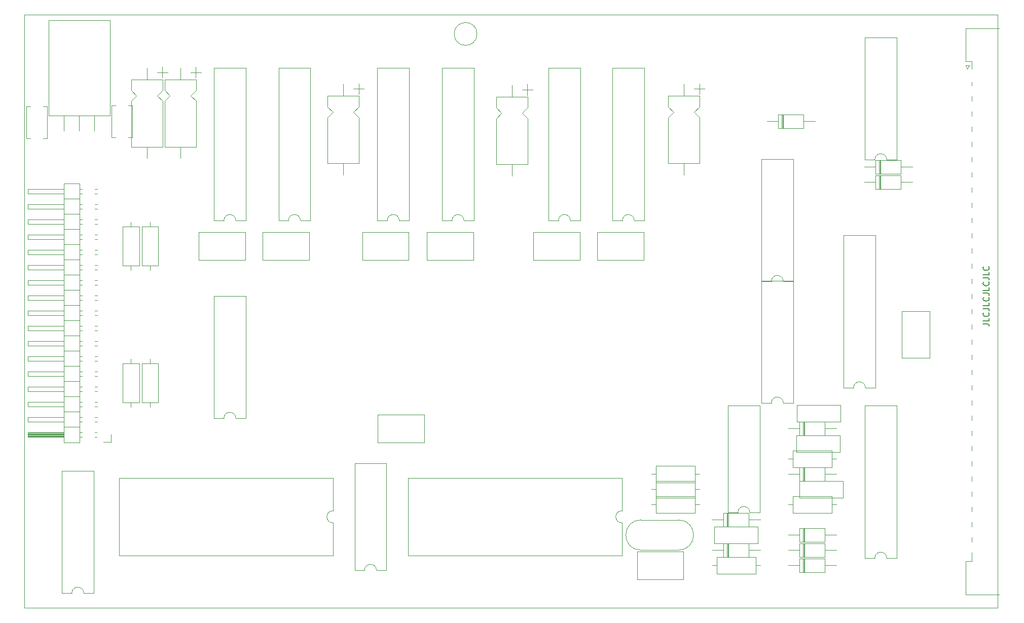
<source format=gbr>
%TF.GenerationSoftware,KiCad,Pcbnew,7.0.11+1*%
%TF.CreationDate,2024-05-08T20:05:28+02:00*%
%TF.ProjectId,ql_trump_v2_disk_interface,716c5f74-7275-46d7-905f-76325f646973,01*%
%TF.SameCoordinates,Original*%
%TF.FileFunction,Legend,Top*%
%TF.FilePolarity,Positive*%
%FSLAX46Y46*%
G04 Gerber Fmt 4.6, Leading zero omitted, Abs format (unit mm)*
G04 Created by KiCad (PCBNEW 7.0.11+1) date 2024-05-08 20:05:28*
%MOMM*%
%LPD*%
G01*
G04 APERTURE LIST*
%ADD10C,0.150000*%
%ADD11C,0.120000*%
%TA.AperFunction,Profile*%
%ADD12C,0.050000*%
%TD*%
G04 APERTURE END LIST*
D10*
X198971819Y-95932048D02*
X199686104Y-95932048D01*
X199686104Y-95932048D02*
X199828961Y-95979667D01*
X199828961Y-95979667D02*
X199924200Y-96074905D01*
X199924200Y-96074905D02*
X199971819Y-96217762D01*
X199971819Y-96217762D02*
X199971819Y-96313000D01*
X199971819Y-94979667D02*
X199971819Y-95455857D01*
X199971819Y-95455857D02*
X198971819Y-95455857D01*
X199876580Y-94074905D02*
X199924200Y-94122524D01*
X199924200Y-94122524D02*
X199971819Y-94265381D01*
X199971819Y-94265381D02*
X199971819Y-94360619D01*
X199971819Y-94360619D02*
X199924200Y-94503476D01*
X199924200Y-94503476D02*
X199828961Y-94598714D01*
X199828961Y-94598714D02*
X199733723Y-94646333D01*
X199733723Y-94646333D02*
X199543247Y-94693952D01*
X199543247Y-94693952D02*
X199400390Y-94693952D01*
X199400390Y-94693952D02*
X199209914Y-94646333D01*
X199209914Y-94646333D02*
X199114676Y-94598714D01*
X199114676Y-94598714D02*
X199019438Y-94503476D01*
X199019438Y-94503476D02*
X198971819Y-94360619D01*
X198971819Y-94360619D02*
X198971819Y-94265381D01*
X198971819Y-94265381D02*
X199019438Y-94122524D01*
X199019438Y-94122524D02*
X199067057Y-94074905D01*
X198971819Y-93360619D02*
X199686104Y-93360619D01*
X199686104Y-93360619D02*
X199828961Y-93408238D01*
X199828961Y-93408238D02*
X199924200Y-93503476D01*
X199924200Y-93503476D02*
X199971819Y-93646333D01*
X199971819Y-93646333D02*
X199971819Y-93741571D01*
X199971819Y-92408238D02*
X199971819Y-92884428D01*
X199971819Y-92884428D02*
X198971819Y-92884428D01*
X199876580Y-91503476D02*
X199924200Y-91551095D01*
X199924200Y-91551095D02*
X199971819Y-91693952D01*
X199971819Y-91693952D02*
X199971819Y-91789190D01*
X199971819Y-91789190D02*
X199924200Y-91932047D01*
X199924200Y-91932047D02*
X199828961Y-92027285D01*
X199828961Y-92027285D02*
X199733723Y-92074904D01*
X199733723Y-92074904D02*
X199543247Y-92122523D01*
X199543247Y-92122523D02*
X199400390Y-92122523D01*
X199400390Y-92122523D02*
X199209914Y-92074904D01*
X199209914Y-92074904D02*
X199114676Y-92027285D01*
X199114676Y-92027285D02*
X199019438Y-91932047D01*
X199019438Y-91932047D02*
X198971819Y-91789190D01*
X198971819Y-91789190D02*
X198971819Y-91693952D01*
X198971819Y-91693952D02*
X199019438Y-91551095D01*
X199019438Y-91551095D02*
X199067057Y-91503476D01*
X198971819Y-90789190D02*
X199686104Y-90789190D01*
X199686104Y-90789190D02*
X199828961Y-90836809D01*
X199828961Y-90836809D02*
X199924200Y-90932047D01*
X199924200Y-90932047D02*
X199971819Y-91074904D01*
X199971819Y-91074904D02*
X199971819Y-91170142D01*
X199971819Y-89836809D02*
X199971819Y-90312999D01*
X199971819Y-90312999D02*
X198971819Y-90312999D01*
X199876580Y-88932047D02*
X199924200Y-88979666D01*
X199924200Y-88979666D02*
X199971819Y-89122523D01*
X199971819Y-89122523D02*
X199971819Y-89217761D01*
X199971819Y-89217761D02*
X199924200Y-89360618D01*
X199924200Y-89360618D02*
X199828961Y-89455856D01*
X199828961Y-89455856D02*
X199733723Y-89503475D01*
X199733723Y-89503475D02*
X199543247Y-89551094D01*
X199543247Y-89551094D02*
X199400390Y-89551094D01*
X199400390Y-89551094D02*
X199209914Y-89503475D01*
X199209914Y-89503475D02*
X199114676Y-89455856D01*
X199114676Y-89455856D02*
X199019438Y-89360618D01*
X199019438Y-89360618D02*
X198971819Y-89217761D01*
X198971819Y-89217761D02*
X198971819Y-89122523D01*
X198971819Y-89122523D02*
X199019438Y-88979666D01*
X199019438Y-88979666D02*
X199067057Y-88932047D01*
X198971819Y-88217761D02*
X199686104Y-88217761D01*
X199686104Y-88217761D02*
X199828961Y-88265380D01*
X199828961Y-88265380D02*
X199924200Y-88360618D01*
X199924200Y-88360618D02*
X199971819Y-88503475D01*
X199971819Y-88503475D02*
X199971819Y-88598713D01*
X199971819Y-87265380D02*
X199971819Y-87741570D01*
X199971819Y-87741570D02*
X198971819Y-87741570D01*
X199876580Y-86360618D02*
X199924200Y-86408237D01*
X199924200Y-86408237D02*
X199971819Y-86551094D01*
X199971819Y-86551094D02*
X199971819Y-86646332D01*
X199971819Y-86646332D02*
X199924200Y-86789189D01*
X199924200Y-86789189D02*
X199828961Y-86884427D01*
X199828961Y-86884427D02*
X199733723Y-86932046D01*
X199733723Y-86932046D02*
X199543247Y-86979665D01*
X199543247Y-86979665D02*
X199400390Y-86979665D01*
X199400390Y-86979665D02*
X199209914Y-86932046D01*
X199209914Y-86932046D02*
X199114676Y-86884427D01*
X199114676Y-86884427D02*
X199019438Y-86789189D01*
X199019438Y-86789189D02*
X198971819Y-86646332D01*
X198971819Y-86646332D02*
X198971819Y-86551094D01*
X198971819Y-86551094D02*
X199019438Y-86408237D01*
X199019438Y-86408237D02*
X199067057Y-86360618D01*
D11*
%TO.C,U18*%
X48006000Y-61103000D02*
X48006000Y-63643000D01*
X42886000Y-45213000D02*
X53126000Y-45213000D01*
X53126000Y-45213000D02*
X53126000Y-61103000D01*
X42886000Y-61103000D02*
X53126000Y-61103000D01*
X42886000Y-45213000D02*
X42886000Y-61103000D01*
X50546000Y-61103000D02*
X50546000Y-63643000D01*
X45466000Y-61103000D02*
X45466000Y-63643000D01*
%TO.C,U6*%
X165592000Y-88833000D02*
X167242000Y-88833000D01*
X161942000Y-88833000D02*
X163592000Y-88833000D01*
X167242000Y-88833000D02*
X167242000Y-68393000D01*
X167242000Y-68393000D02*
X161942000Y-68393000D01*
X161942000Y-68393000D02*
X161942000Y-88833000D01*
X165592000Y-88833000D02*
G75*
G03*
X163592000Y-88833000I-1000000J0D01*
G01*
%TO.C,C3*%
X167790000Y-117321000D02*
X167790000Y-114581000D01*
X175030000Y-117321000D02*
X175030000Y-114581000D01*
X175030000Y-117321000D02*
X167790000Y-117321000D01*
X175030000Y-114581000D02*
X167790000Y-114581000D01*
%TO.C,C15*%
X42615000Y-59623000D02*
X42615000Y-64963000D01*
X39173000Y-59623000D02*
X39173000Y-64963000D01*
X42615000Y-64963000D02*
X41949000Y-64963000D01*
X39839000Y-64963000D02*
X39173000Y-64963000D01*
X42615000Y-59623000D02*
X41949000Y-59623000D01*
X39839000Y-59623000D02*
X39173000Y-59623000D01*
%TO.C,C25*%
X146362500Y-61463000D02*
X146362500Y-69103000D01*
X151602500Y-61463000D02*
X151602500Y-69103000D01*
X151602500Y-59663000D02*
X150702500Y-60563000D01*
X146362500Y-57863000D02*
X146362500Y-59663000D01*
X151602500Y-57863000D02*
X151602500Y-59663000D01*
X151582500Y-55763000D02*
X151582500Y-57563000D01*
X146362500Y-59663000D02*
X147262500Y-60563000D01*
X151602500Y-57863000D02*
X146362500Y-57863000D01*
X147262500Y-60563000D02*
X146362500Y-61463000D01*
X148982500Y-71043000D02*
X148982500Y-69103000D01*
X150702500Y-60563000D02*
X151602500Y-61463000D01*
X152482500Y-56663000D02*
X150682500Y-56663000D01*
X148982500Y-55923000D02*
X148982500Y-57863000D01*
X151602500Y-69103000D02*
X146362500Y-69103000D01*
%TO.C,U10*%
X103097000Y-78668000D02*
X103097000Y-53148000D01*
X103097000Y-53148000D02*
X97797000Y-53148000D01*
X97797000Y-53148000D02*
X97797000Y-78668000D01*
X97797000Y-78668000D02*
X99447000Y-78668000D01*
X101447000Y-78668000D02*
X103097000Y-78668000D01*
X101447000Y-78668000D02*
G75*
G03*
X99447000Y-78668000I-1000000J0D01*
G01*
%TO.C,R4*%
X144304000Y-119661000D02*
X144304000Y-122401000D01*
X150844000Y-122401000D02*
X150844000Y-119661000D01*
X150844000Y-119661000D02*
X144304000Y-119661000D01*
X143534000Y-121031000D02*
X144304000Y-121031000D01*
X144304000Y-122401000D02*
X150844000Y-122401000D01*
X151614000Y-121031000D02*
X150844000Y-121031000D01*
%TO.C,U2*%
X175658000Y-81093000D02*
X175658000Y-106613000D01*
X180958000Y-81093000D02*
X175658000Y-81093000D01*
X180958000Y-106613000D02*
X180958000Y-81093000D01*
X179308000Y-106613000D02*
X180958000Y-106613000D01*
X175658000Y-106613000D02*
X177308000Y-106613000D01*
X179308000Y-106613000D02*
G75*
G03*
X177308000Y-106613000I-1000000J0D01*
G01*
%TO.C,U7*%
X142350000Y-78673000D02*
X142350000Y-53153000D01*
X137050000Y-78673000D02*
X138700000Y-78673000D01*
X140700000Y-78673000D02*
X142350000Y-78673000D01*
X142350000Y-53153000D02*
X137050000Y-53153000D01*
X137050000Y-53153000D02*
X137050000Y-78673000D01*
X140700000Y-78673000D02*
G75*
G03*
X138700000Y-78673000I-1000000J0D01*
G01*
%TO.C,U14*%
X102937000Y-121683000D02*
X102937000Y-134603000D01*
X138617000Y-134603000D02*
X138617000Y-129143000D01*
X102937000Y-134603000D02*
X138617000Y-134603000D01*
X138617000Y-127143000D02*
X138617000Y-121683000D01*
X138617000Y-121683000D02*
X102937000Y-121683000D01*
X138617000Y-127143000D02*
G75*
G03*
X138617000Y-129143000I0J-1000000D01*
G01*
%TO.C,D8*%
X168914000Y-135151000D02*
X168914000Y-137391000D01*
X172554000Y-135151000D02*
X168314000Y-135151000D01*
X166394000Y-136271000D02*
X168314000Y-136271000D01*
X169034000Y-135151000D02*
X169034000Y-137391000D01*
X168314000Y-137391000D02*
X172554000Y-137391000D01*
X172554000Y-137391000D02*
X172554000Y-135151000D01*
X174474000Y-136271000D02*
X172554000Y-136271000D01*
X169154000Y-135151000D02*
X169154000Y-137391000D01*
X168314000Y-135151000D02*
X168314000Y-137391000D01*
%TO.C,J1*%
X197082000Y-57893000D02*
X197082000Y-58694000D01*
X197082000Y-68053000D02*
X197082000Y-68854000D01*
X197082000Y-60433000D02*
X197082000Y-61234000D01*
X201642000Y-46593000D02*
X196082000Y-46593000D01*
X197082000Y-121393000D02*
X197082000Y-122194000D01*
X197082000Y-52112000D02*
X197082000Y-53388000D01*
X197082000Y-78213000D02*
X197082000Y-79014000D01*
X197082000Y-93453000D02*
X197082000Y-94254000D01*
X197082000Y-85833000D02*
X197082000Y-86634000D01*
X197082000Y-116313000D02*
X197082000Y-117114000D01*
X196082000Y-46593000D02*
X196082000Y-52113000D01*
X197082000Y-113773000D02*
X197082000Y-114574000D01*
X197082000Y-95993000D02*
X197082000Y-96794000D01*
X197082000Y-111233000D02*
X197082000Y-112034000D01*
X197082000Y-131553000D02*
X197082000Y-132354000D01*
X197082000Y-90913000D02*
X197082000Y-91714000D01*
X197082000Y-55578000D02*
X197082000Y-56154000D01*
X197082000Y-88373000D02*
X197082000Y-89174000D01*
X197082000Y-70593000D02*
X197082000Y-71394000D01*
X196082000Y-141113000D02*
X196082000Y-135593000D01*
X196082000Y-52113000D02*
X197082000Y-52113000D01*
X197082000Y-62973000D02*
X197082000Y-63774000D01*
X197082000Y-108693000D02*
X197082000Y-109494000D01*
X197082000Y-73133000D02*
X197082000Y-73934000D01*
X196042000Y-52788000D02*
X196342000Y-53388000D01*
X196082000Y-135593000D02*
X197082000Y-135593000D01*
X197082000Y-75673000D02*
X197082000Y-76474000D01*
X197082000Y-101073000D02*
X197082000Y-101874000D01*
X196642000Y-52788000D02*
X196042000Y-52788000D01*
X197082000Y-123933000D02*
X197082000Y-124734000D01*
X196342000Y-53388000D02*
X196642000Y-52788000D01*
X197082000Y-83293000D02*
X197082000Y-84094000D01*
X197082000Y-98533000D02*
X197082000Y-99334000D01*
X197082000Y-129013000D02*
X197082000Y-129814000D01*
X197082000Y-65513000D02*
X197082000Y-66314000D01*
X197082000Y-103613000D02*
X197082000Y-104414000D01*
X197082000Y-134093000D02*
X197082000Y-135593000D01*
X197082000Y-118853000D02*
X197082000Y-119654000D01*
X197082000Y-106153000D02*
X197082000Y-106954000D01*
X197082000Y-126473000D02*
X197082000Y-127274000D01*
X201642000Y-141113000D02*
X196082000Y-141113000D01*
X197082000Y-80753000D02*
X197082000Y-81554000D01*
%TO.C,Y1*%
X141819000Y-128666000D02*
X148069000Y-128666000D01*
X141819000Y-133716000D02*
X148069000Y-133716000D01*
X148069000Y-133716000D02*
G75*
G03*
X148069000Y-128666000I0J2525000D01*
G01*
X141819000Y-128666000D02*
G75*
G03*
X141819000Y-133716000I0J-2525000D01*
G01*
%TO.C,D10*%
X161774000Y-133731000D02*
X159854000Y-133731000D01*
X156334000Y-132611000D02*
X156334000Y-134851000D01*
X159854000Y-132611000D02*
X155614000Y-132611000D01*
X159854000Y-134851000D02*
X159854000Y-132611000D01*
X155614000Y-132611000D02*
X155614000Y-134851000D01*
X156454000Y-132611000D02*
X156454000Y-134851000D01*
X156214000Y-132611000D02*
X156214000Y-134851000D01*
X153694000Y-133731000D02*
X155614000Y-133731000D01*
X155614000Y-134851000D02*
X159854000Y-134851000D01*
%TO.C,J2*%
X45430000Y-114507000D02*
X39430000Y-114507000D01*
X48487071Y-97027000D02*
X48090000Y-97027000D01*
X48487071Y-98807000D02*
X48090000Y-98807000D01*
X48487071Y-114047000D02*
X48090000Y-114047000D01*
X48487071Y-114807000D02*
X48090000Y-114807000D01*
X51027071Y-79247000D02*
X50572929Y-79247000D01*
X51027071Y-75947000D02*
X50572929Y-75947000D01*
X39430000Y-96267000D02*
X45430000Y-96267000D01*
X51027071Y-81787000D02*
X50572929Y-81787000D01*
X48487071Y-99567000D02*
X48090000Y-99567000D01*
X39430000Y-102107000D02*
X39430000Y-101347000D01*
X48090000Y-90297000D02*
X45430000Y-90297000D01*
X45430000Y-114807000D02*
X39430000Y-114807000D01*
X39430000Y-86107000D02*
X45430000Y-86107000D01*
X51027071Y-83567000D02*
X50572929Y-83567000D01*
X48090000Y-100457000D02*
X45430000Y-100457000D01*
X39430000Y-109727000D02*
X39430000Y-108967000D01*
X51027071Y-93727000D02*
X50572929Y-93727000D01*
X45430000Y-99567000D02*
X39430000Y-99567000D01*
X51027071Y-73407000D02*
X50572929Y-73407000D01*
X45430000Y-94487000D02*
X39430000Y-94487000D01*
X39430000Y-104647000D02*
X39430000Y-103887000D01*
X51027071Y-106427000D02*
X50572929Y-106427000D01*
X51027071Y-101347000D02*
X50572929Y-101347000D01*
X39430000Y-107187000D02*
X39430000Y-106427000D01*
X45430000Y-76707000D02*
X39430000Y-76707000D01*
X48487071Y-111507000D02*
X48090000Y-111507000D01*
X45430000Y-114747000D02*
X39430000Y-114747000D01*
X51027071Y-91947000D02*
X50572929Y-91947000D01*
X48487071Y-76707000D02*
X48090000Y-76707000D01*
X48090000Y-105537000D02*
X45430000Y-105537000D01*
X48487071Y-81027000D02*
X48090000Y-81027000D01*
X50960000Y-114807000D02*
X50572929Y-114807000D01*
X45430000Y-91947000D02*
X39430000Y-91947000D01*
X39430000Y-97027000D02*
X39430000Y-96267000D01*
X39430000Y-94487000D02*
X39430000Y-93727000D01*
X48487071Y-86867000D02*
X48090000Y-86867000D01*
X51027071Y-104647000D02*
X50572929Y-104647000D01*
X39430000Y-76707000D02*
X39430000Y-75947000D01*
X48090000Y-87757000D02*
X45430000Y-87757000D01*
X48090000Y-77597000D02*
X45430000Y-77597000D01*
X51027071Y-76707000D02*
X50572929Y-76707000D01*
X48090000Y-80137000D02*
X45430000Y-80137000D01*
X48090000Y-102997000D02*
X45430000Y-102997000D01*
X50960000Y-114047000D02*
X50572929Y-114047000D01*
X48487071Y-108967000D02*
X48090000Y-108967000D01*
X48090000Y-72457000D02*
X45430000Y-72457000D01*
X39430000Y-91187000D02*
X45430000Y-91187000D01*
X51027071Y-84327000D02*
X50572929Y-84327000D01*
X53340000Y-114427000D02*
X53340000Y-115697000D01*
X51027071Y-99567000D02*
X50572929Y-99567000D01*
X45430000Y-84327000D02*
X39430000Y-84327000D01*
X39430000Y-114047000D02*
X45430000Y-114047000D01*
X48487071Y-107187000D02*
X48090000Y-107187000D01*
X48090000Y-85217000D02*
X45430000Y-85217000D01*
X48487071Y-89407000D02*
X48090000Y-89407000D01*
X48487071Y-104647000D02*
X48090000Y-104647000D01*
X39430000Y-88647000D02*
X45430000Y-88647000D01*
X51027071Y-107187000D02*
X50572929Y-107187000D01*
X51027071Y-98807000D02*
X50572929Y-98807000D01*
X48487071Y-91947000D02*
X48090000Y-91947000D01*
X51027071Y-89407000D02*
X50572929Y-89407000D01*
X39430000Y-74167000D02*
X39430000Y-73407000D01*
X48487071Y-112267000D02*
X48090000Y-112267000D01*
X48487071Y-103887000D02*
X48090000Y-103887000D01*
X39430000Y-83567000D02*
X45430000Y-83567000D01*
X51027071Y-103887000D02*
X50572929Y-103887000D01*
X48090000Y-113157000D02*
X45430000Y-113157000D01*
X48090000Y-82677000D02*
X45430000Y-82677000D01*
X48090000Y-92837000D02*
X45430000Y-92837000D01*
X45430000Y-114627000D02*
X39430000Y-114627000D01*
X39430000Y-79247000D02*
X39430000Y-78487000D01*
X45430000Y-79247000D02*
X39430000Y-79247000D01*
X45430000Y-104647000D02*
X39430000Y-104647000D01*
X39430000Y-91947000D02*
X39430000Y-91187000D01*
X45430000Y-81787000D02*
X39430000Y-81787000D01*
X48487071Y-86107000D02*
X48090000Y-86107000D01*
X48487071Y-106427000D02*
X48090000Y-106427000D01*
X39430000Y-86867000D02*
X39430000Y-86107000D01*
X39430000Y-84327000D02*
X39430000Y-83567000D01*
X39430000Y-103887000D02*
X45430000Y-103887000D01*
X39430000Y-101347000D02*
X45430000Y-101347000D01*
X45430000Y-109727000D02*
X39430000Y-109727000D01*
X45430000Y-72457000D02*
X45430000Y-115757000D01*
X39430000Y-89407000D02*
X39430000Y-88647000D01*
X39430000Y-99567000D02*
X39430000Y-98807000D01*
X39430000Y-93727000D02*
X45430000Y-93727000D01*
X39430000Y-73407000D02*
X45430000Y-73407000D01*
X48487071Y-83567000D02*
X48090000Y-83567000D01*
X48090000Y-97917000D02*
X45430000Y-97917000D01*
X48487071Y-75947000D02*
X48090000Y-75947000D01*
X39430000Y-81027000D02*
X45430000Y-81027000D01*
X53340000Y-115697000D02*
X52070000Y-115697000D01*
X39430000Y-111507000D02*
X45430000Y-111507000D01*
X48487071Y-91187000D02*
X48090000Y-91187000D01*
X51027071Y-86107000D02*
X50572929Y-86107000D01*
X39430000Y-112267000D02*
X39430000Y-111507000D01*
X48487071Y-96267000D02*
X48090000Y-96267000D01*
X45430000Y-89407000D02*
X39430000Y-89407000D01*
X45430000Y-107187000D02*
X39430000Y-107187000D01*
X45430000Y-97027000D02*
X39430000Y-97027000D01*
X48487071Y-88647000D02*
X48090000Y-88647000D01*
X48487071Y-78487000D02*
X48090000Y-78487000D01*
X48487071Y-81787000D02*
X48090000Y-81787000D01*
X39430000Y-108967000D02*
X45430000Y-108967000D01*
X39430000Y-114807000D02*
X39430000Y-114047000D01*
X45430000Y-86867000D02*
X39430000Y-86867000D01*
X48090000Y-110617000D02*
X45430000Y-110617000D01*
X48090000Y-95377000D02*
X45430000Y-95377000D01*
X51027071Y-111507000D02*
X50572929Y-111507000D01*
X51027071Y-109727000D02*
X50572929Y-109727000D01*
X39430000Y-81787000D02*
X39430000Y-81027000D01*
X45430000Y-114267000D02*
X39430000Y-114267000D01*
X51027071Y-88647000D02*
X50572929Y-88647000D01*
X45430000Y-114147000D02*
X39430000Y-114147000D01*
X45430000Y-112267000D02*
X39430000Y-112267000D01*
X51027071Y-86867000D02*
X50572929Y-86867000D01*
X48487071Y-79247000D02*
X48090000Y-79247000D01*
X51027071Y-112267000D02*
X50572929Y-112267000D01*
X51027071Y-94487000D02*
X50572929Y-94487000D01*
X51027071Y-91187000D02*
X50572929Y-91187000D01*
X51027071Y-78487000D02*
X50572929Y-78487000D01*
X48487071Y-101347000D02*
X48090000Y-101347000D01*
X48090000Y-75057000D02*
X45430000Y-75057000D01*
X48487071Y-93727000D02*
X48090000Y-93727000D01*
X48090000Y-108077000D02*
X45430000Y-108077000D01*
X39430000Y-78487000D02*
X45430000Y-78487000D01*
X45430000Y-114387000D02*
X39430000Y-114387000D01*
X45430000Y-102107000D02*
X39430000Y-102107000D01*
X51027071Y-102107000D02*
X50572929Y-102107000D01*
X51027071Y-97027000D02*
X50572929Y-97027000D01*
X48090000Y-115757000D02*
X48090000Y-72457000D01*
X39430000Y-106427000D02*
X45430000Y-106427000D01*
X48487071Y-74167000D02*
X48090000Y-74167000D01*
X48487071Y-84327000D02*
X48090000Y-84327000D01*
X45430000Y-74167000D02*
X39430000Y-74167000D01*
X48487071Y-73407000D02*
X48090000Y-73407000D01*
X39430000Y-98807000D02*
X45430000Y-98807000D01*
X39430000Y-75947000D02*
X45430000Y-75947000D01*
X51027071Y-96267000D02*
X50572929Y-96267000D01*
X45430000Y-115757000D02*
X48090000Y-115757000D01*
X48487071Y-109727000D02*
X48090000Y-109727000D01*
X51027071Y-81027000D02*
X50572929Y-81027000D01*
X48487071Y-102107000D02*
X48090000Y-102107000D01*
X48487071Y-94487000D02*
X48090000Y-94487000D01*
X51027071Y-74167000D02*
X50572929Y-74167000D01*
X51027071Y-108967000D02*
X50572929Y-108967000D01*
%TO.C,R3*%
X161004000Y-134901000D02*
X154464000Y-134901000D01*
X154464000Y-137641000D02*
X161004000Y-137641000D01*
X161004000Y-137641000D02*
X161004000Y-134901000D01*
X154464000Y-134901000D02*
X154464000Y-137641000D01*
X161774000Y-136271000D02*
X161004000Y-136271000D01*
X153694000Y-136271000D02*
X154464000Y-136271000D01*
%TO.C,C13*%
X56839000Y-59473000D02*
X56839000Y-64813000D01*
X53397000Y-59473000D02*
X53397000Y-64813000D01*
X56839000Y-59473000D02*
X56173000Y-59473000D01*
X56839000Y-64813000D02*
X56173000Y-64813000D01*
X54063000Y-59473000D02*
X53397000Y-59473000D01*
X54063000Y-64813000D02*
X53397000Y-64813000D01*
%TO.C,C20*%
X95277000Y-85252000D02*
X95277000Y-80610000D01*
X103017000Y-80610000D02*
X95277000Y-80610000D01*
X103017000Y-85252000D02*
X95277000Y-85252000D01*
X103017000Y-85252000D02*
X103017000Y-80610000D01*
%TO.C,U13*%
X54677000Y-134603000D02*
X90357000Y-134603000D01*
X90357000Y-127143000D02*
X90357000Y-121683000D01*
X54677000Y-121683000D02*
X54677000Y-134603000D01*
X90357000Y-121683000D02*
X54677000Y-121683000D01*
X90357000Y-134603000D02*
X90357000Y-129143000D01*
X90357000Y-127143000D02*
G75*
G03*
X90357000Y-129143000I0J-1000000D01*
G01*
%TO.C,C17*%
X142260000Y-80610000D02*
X134520000Y-80610000D01*
X142260000Y-85252000D02*
X134520000Y-85252000D01*
X134520000Y-85252000D02*
X134520000Y-80610000D01*
X142260000Y-85252000D02*
X142260000Y-80610000D01*
%TO.C,C12*%
X105597000Y-111090000D02*
X105597000Y-115732000D01*
X97857000Y-115732000D02*
X105597000Y-115732000D01*
X97857000Y-111090000D02*
X97857000Y-115732000D01*
X97857000Y-111090000D02*
X105597000Y-111090000D01*
%TO.C,D2*%
X181014000Y-70843000D02*
X185254000Y-70843000D01*
X181854000Y-68603000D02*
X181854000Y-70843000D01*
X179094000Y-69723000D02*
X181014000Y-69723000D01*
X181614000Y-68603000D02*
X181614000Y-70843000D01*
X185254000Y-68603000D02*
X181014000Y-68603000D01*
X181014000Y-68603000D02*
X181014000Y-70843000D01*
X185254000Y-70843000D02*
X185254000Y-68603000D01*
X181734000Y-68603000D02*
X181734000Y-70843000D01*
X187174000Y-69723000D02*
X185254000Y-69723000D01*
%TO.C,R6*%
X150844000Y-124741000D02*
X144304000Y-124741000D01*
X143534000Y-126111000D02*
X144304000Y-126111000D01*
X144304000Y-127481000D02*
X150844000Y-127481000D01*
X151614000Y-126111000D02*
X150844000Y-126111000D01*
X150844000Y-127481000D02*
X150844000Y-124741000D01*
X144304000Y-124741000D02*
X144304000Y-127481000D01*
%TO.C,C16*%
X64885500Y-68283000D02*
X64885500Y-66343000D01*
X63165500Y-57803000D02*
X62265500Y-58703000D01*
X62265500Y-56903000D02*
X63165500Y-57803000D01*
X62265500Y-55103000D02*
X62265500Y-56903000D01*
X67505500Y-66343000D02*
X62265500Y-66343000D01*
X66605500Y-57803000D02*
X67505500Y-58703000D01*
X64885500Y-53163000D02*
X64885500Y-55103000D01*
X67485500Y-53003000D02*
X67485500Y-54803000D01*
X67505500Y-55103000D02*
X67505500Y-56903000D01*
X67505500Y-55103000D02*
X62265500Y-55103000D01*
X67505500Y-58703000D02*
X67505500Y-66343000D01*
X67505500Y-56903000D02*
X66605500Y-57803000D01*
X62265500Y-58703000D02*
X62265500Y-66343000D01*
X68385500Y-53903000D02*
X66585500Y-53903000D01*
%TO.C,U1*%
X179214000Y-109541000D02*
X179214000Y-135061000D01*
X182864000Y-135061000D02*
X184514000Y-135061000D01*
X184514000Y-109541000D02*
X179214000Y-109541000D01*
X179214000Y-135061000D02*
X180864000Y-135061000D01*
X184514000Y-135061000D02*
X184514000Y-109541000D01*
X182864000Y-135061000D02*
G75*
G03*
X180864000Y-135061000I-1000000J0D01*
G01*
%TO.C,U8*%
X130032000Y-78668000D02*
X131682000Y-78668000D01*
X131682000Y-53148000D02*
X126382000Y-53148000D01*
X126382000Y-53148000D02*
X126382000Y-78668000D01*
X131682000Y-78668000D02*
X131682000Y-53148000D01*
X126382000Y-78668000D02*
X128032000Y-78668000D01*
X130032000Y-78668000D02*
G75*
G03*
X128032000Y-78668000I-1000000J0D01*
G01*
%TO.C,D1*%
X164758000Y-60983000D02*
X164758000Y-63223000D01*
X164758000Y-63223000D02*
X168998000Y-63223000D01*
X165598000Y-60983000D02*
X165598000Y-63223000D01*
X170918000Y-62103000D02*
X168998000Y-62103000D01*
X165478000Y-60983000D02*
X165478000Y-63223000D01*
X162838000Y-62103000D02*
X164758000Y-62103000D01*
X168998000Y-60983000D02*
X164758000Y-60983000D01*
X168998000Y-63223000D02*
X168998000Y-60983000D01*
X165358000Y-60983000D02*
X165358000Y-63223000D01*
%TO.C,C21*%
X78640000Y-80610000D02*
X86380000Y-80610000D01*
X86380000Y-80610000D02*
X86380000Y-85252000D01*
X78640000Y-80610000D02*
X78640000Y-85252000D01*
X78640000Y-85252000D02*
X86380000Y-85252000D01*
%TO.C,D7*%
X174474000Y-133731000D02*
X172554000Y-133731000D01*
X172554000Y-132611000D02*
X168314000Y-132611000D01*
X172554000Y-134851000D02*
X172554000Y-132611000D01*
X168314000Y-132611000D02*
X168314000Y-134851000D01*
X168314000Y-134851000D02*
X172554000Y-134851000D01*
X168914000Y-132611000D02*
X168914000Y-134851000D01*
X169154000Y-132611000D02*
X169154000Y-134851000D01*
X166394000Y-133731000D02*
X168314000Y-133731000D01*
X169034000Y-132611000D02*
X169034000Y-134851000D01*
%TO.C,C23*%
X95586500Y-56663000D02*
X93786500Y-56663000D01*
X93806500Y-60563000D02*
X94706500Y-61463000D01*
X94686500Y-55763000D02*
X94686500Y-57563000D01*
X92086500Y-55923000D02*
X92086500Y-57863000D01*
X90366500Y-60563000D02*
X89466500Y-61463000D01*
X89466500Y-61463000D02*
X89466500Y-69103000D01*
X94706500Y-61463000D02*
X94706500Y-69103000D01*
X92086500Y-71043000D02*
X92086500Y-69103000D01*
X89466500Y-59663000D02*
X90366500Y-60563000D01*
X94706500Y-57863000D02*
X94706500Y-59663000D01*
X94706500Y-59663000D02*
X93806500Y-60563000D01*
X94706500Y-69103000D02*
X89466500Y-69103000D01*
X94706500Y-57863000D02*
X89466500Y-57863000D01*
X89466500Y-57863000D02*
X89466500Y-59663000D01*
%TO.C,U16*%
X75802000Y-91253000D02*
X70502000Y-91253000D01*
X74152000Y-111693000D02*
X75802000Y-111693000D01*
X70502000Y-91253000D02*
X70502000Y-111693000D01*
X75802000Y-111693000D02*
X75802000Y-91253000D01*
X70502000Y-111693000D02*
X72152000Y-111693000D01*
X74152000Y-111693000D02*
G75*
G03*
X72152000Y-111693000I-1000000J0D01*
G01*
%TO.C,D5*%
X172554000Y-119911000D02*
X168314000Y-119911000D01*
X168914000Y-119911000D02*
X168914000Y-122151000D01*
X168314000Y-122151000D02*
X172554000Y-122151000D01*
X174474000Y-121031000D02*
X172554000Y-121031000D01*
X168314000Y-119911000D02*
X168314000Y-122151000D01*
X172554000Y-122151000D02*
X172554000Y-119911000D01*
X166394000Y-121031000D02*
X168314000Y-121031000D01*
X169154000Y-119911000D02*
X169154000Y-122151000D01*
X169034000Y-119911000D02*
X169034000Y-122151000D01*
%TO.C,U5*%
X167242000Y-109153000D02*
X167242000Y-88713000D01*
X167242000Y-88713000D02*
X161942000Y-88713000D01*
X161942000Y-109153000D02*
X163592000Y-109153000D01*
X165592000Y-109153000D02*
X167242000Y-109153000D01*
X161942000Y-88713000D02*
X161942000Y-109153000D01*
X165592000Y-109153000D02*
G75*
G03*
X163592000Y-109153000I-1000000J0D01*
G01*
%TO.C,U17*%
X45102000Y-120463000D02*
X45102000Y-140903000D01*
X50402000Y-120463000D02*
X45102000Y-120463000D01*
X45102000Y-140903000D02*
X46752000Y-140903000D01*
X50402000Y-140903000D02*
X50402000Y-120463000D01*
X48752000Y-140903000D02*
X50402000Y-140903000D01*
X48752000Y-140903000D02*
G75*
G03*
X46752000Y-140903000I-1000000J0D01*
G01*
%TO.C,R1*%
X173704000Y-119861000D02*
X173704000Y-117121000D01*
X167164000Y-117121000D02*
X167164000Y-119861000D01*
X174474000Y-118491000D02*
X173704000Y-118491000D01*
X173704000Y-117121000D02*
X167164000Y-117121000D01*
X166394000Y-118491000D02*
X167164000Y-118491000D01*
X167164000Y-119861000D02*
X173704000Y-119861000D01*
%TO.C,C2*%
X167870000Y-112241000D02*
X175110000Y-112241000D01*
X175110000Y-109501000D02*
X175110000Y-112241000D01*
X167870000Y-109501000D02*
X167870000Y-112241000D01*
X167870000Y-109501000D02*
X175110000Y-109501000D01*
%TO.C,R7*%
X58447000Y-102521000D02*
X58447000Y-109061000D01*
X61187000Y-102521000D02*
X58447000Y-102521000D01*
X58447000Y-109061000D02*
X61187000Y-109061000D01*
X59817000Y-109831000D02*
X59817000Y-109061000D01*
X59817000Y-101751000D02*
X59817000Y-102521000D01*
X61187000Y-109061000D02*
X61187000Y-102521000D01*
%TO.C,D4*%
X172554000Y-114531000D02*
X172554000Y-112291000D01*
X169154000Y-112291000D02*
X169154000Y-114531000D01*
X166394000Y-113411000D02*
X168314000Y-113411000D01*
X169034000Y-112291000D02*
X169034000Y-114531000D01*
X172554000Y-112291000D02*
X168314000Y-112291000D01*
X168314000Y-114531000D02*
X172554000Y-114531000D01*
X174474000Y-113411000D02*
X172554000Y-113411000D01*
X168914000Y-112291000D02*
X168914000Y-114531000D01*
X168314000Y-112291000D02*
X168314000Y-114531000D01*
%TO.C,C24*%
X122857500Y-55907000D02*
X122857500Y-57707000D01*
X117637500Y-59807000D02*
X118537500Y-60707000D01*
X122877500Y-58007000D02*
X117637500Y-58007000D01*
X121977500Y-60707000D02*
X122877500Y-61607000D01*
X123757500Y-56807000D02*
X121957500Y-56807000D01*
X118537500Y-60707000D02*
X117637500Y-61607000D01*
X122877500Y-69247000D02*
X117637500Y-69247000D01*
X117637500Y-61607000D02*
X117637500Y-69247000D01*
X122877500Y-58007000D02*
X122877500Y-59807000D01*
X122877500Y-61607000D02*
X122877500Y-69247000D01*
X117637500Y-58007000D02*
X117637500Y-59807000D01*
X122877500Y-59807000D02*
X121977500Y-60707000D01*
X120257500Y-71187000D02*
X120257500Y-69247000D01*
X120257500Y-56067000D02*
X120257500Y-58007000D01*
%TO.C,C18*%
X131592000Y-85252000D02*
X123852000Y-85252000D01*
X123852000Y-85252000D02*
X123852000Y-80610000D01*
X131592000Y-85252000D02*
X131592000Y-80610000D01*
X131592000Y-80610000D02*
X123852000Y-80610000D01*
%TO.C,D3*%
X179094000Y-72263000D02*
X181014000Y-72263000D01*
X181734000Y-71143000D02*
X181734000Y-73383000D01*
X185254000Y-71143000D02*
X181014000Y-71143000D01*
X181854000Y-71143000D02*
X181854000Y-73383000D01*
X185254000Y-73383000D02*
X185254000Y-71143000D01*
X181014000Y-71143000D02*
X181014000Y-73383000D01*
X187174000Y-72263000D02*
X185254000Y-72263000D01*
X181014000Y-73383000D02*
X185254000Y-73383000D01*
X181614000Y-71143000D02*
X181614000Y-73383000D01*
%TO.C,C19*%
X113812000Y-80610000D02*
X113812000Y-85252000D01*
X106072000Y-80610000D02*
X106072000Y-85252000D01*
X106072000Y-85252000D02*
X113812000Y-85252000D01*
X106072000Y-80610000D02*
X113812000Y-80610000D01*
%TO.C,U15*%
X93997000Y-119193000D02*
X93997000Y-137093000D01*
X93997000Y-137093000D02*
X95647000Y-137093000D01*
X99297000Y-137093000D02*
X99297000Y-119193000D01*
X97647000Y-137093000D02*
X99297000Y-137093000D01*
X99297000Y-119193000D02*
X93997000Y-119193000D01*
X97647000Y-137093000D02*
G75*
G03*
X95647000Y-137093000I-1000000J0D01*
G01*
%TO.C,U12*%
X70502000Y-78673000D02*
X72152000Y-78673000D01*
X70502000Y-53153000D02*
X70502000Y-78673000D01*
X75802000Y-78673000D02*
X75802000Y-53153000D01*
X74152000Y-78673000D02*
X75802000Y-78673000D01*
X75802000Y-53153000D02*
X70502000Y-53153000D01*
X74152000Y-78673000D02*
G75*
G03*
X72152000Y-78673000I-1000000J0D01*
G01*
%TO.C,R5*%
X151614000Y-123571000D02*
X150844000Y-123571000D01*
X150844000Y-124941000D02*
X150844000Y-122201000D01*
X150844000Y-122201000D02*
X144304000Y-122201000D01*
X143534000Y-123571000D02*
X144304000Y-123571000D01*
X144304000Y-124941000D02*
X150844000Y-124941000D01*
X144304000Y-122201000D02*
X144304000Y-124941000D01*
%TO.C,C22*%
X75712000Y-85252000D02*
X75712000Y-80610000D01*
X75712000Y-85252000D02*
X67972000Y-85252000D01*
X67972000Y-85252000D02*
X67972000Y-80610000D01*
X75712000Y-80610000D02*
X67972000Y-80610000D01*
%TO.C,R2*%
X173704000Y-127481000D02*
X173704000Y-124741000D01*
X174474000Y-126111000D02*
X173704000Y-126111000D01*
X167164000Y-127481000D02*
X173704000Y-127481000D01*
X167164000Y-124741000D02*
X167164000Y-127481000D01*
X173704000Y-124741000D02*
X167164000Y-124741000D01*
X166394000Y-126111000D02*
X167164000Y-126111000D01*
%TO.C,D6*%
X174474000Y-131191000D02*
X172554000Y-131191000D01*
X172554000Y-132311000D02*
X172554000Y-130071000D01*
X166394000Y-131191000D02*
X168314000Y-131191000D01*
X169034000Y-130071000D02*
X169034000Y-132311000D01*
X172554000Y-130071000D02*
X168314000Y-130071000D01*
X168314000Y-132311000D02*
X172554000Y-132311000D01*
X168314000Y-130071000D02*
X168314000Y-132311000D01*
X169154000Y-130071000D02*
X169154000Y-132311000D01*
X168914000Y-130071000D02*
X168914000Y-132311000D01*
%TO.C,R9*%
X58447000Y-79661000D02*
X58447000Y-86201000D01*
X61187000Y-79661000D02*
X58447000Y-79661000D01*
X59817000Y-86971000D02*
X59817000Y-86201000D01*
X58447000Y-86201000D02*
X61187000Y-86201000D01*
X61187000Y-86201000D02*
X61187000Y-79661000D01*
X59817000Y-78891000D02*
X59817000Y-79661000D01*
%TO.C,U4*%
X179214000Y-68513000D02*
X180864000Y-68513000D01*
X179214000Y-48073000D02*
X179214000Y-68513000D01*
X182864000Y-68513000D02*
X184514000Y-68513000D01*
X184514000Y-48073000D02*
X179214000Y-48073000D01*
X184514000Y-68513000D02*
X184514000Y-48073000D01*
X182864000Y-68513000D02*
G75*
G03*
X180864000Y-68513000I-1000000J0D01*
G01*
%TO.C,U3*%
X156354000Y-127441000D02*
X158004000Y-127441000D01*
X161654000Y-127441000D02*
X161654000Y-109541000D01*
X156354000Y-109541000D02*
X156354000Y-127441000D01*
X160004000Y-127441000D02*
X161654000Y-127441000D01*
X161654000Y-109541000D02*
X156354000Y-109541000D01*
X160004000Y-127441000D02*
G75*
G03*
X158004000Y-127441000I-1000000J0D01*
G01*
%TO.C,C5*%
X161314000Y-129821000D02*
X161314000Y-132561000D01*
X154074000Y-129821000D02*
X161314000Y-129821000D01*
X154074000Y-129821000D02*
X154074000Y-132561000D01*
X154074000Y-132561000D02*
X161314000Y-132561000D01*
%TO.C,C4*%
X175538000Y-122201000D02*
X175538000Y-124941000D01*
X168298000Y-122201000D02*
X168298000Y-124941000D01*
X168298000Y-124941000D02*
X175538000Y-124941000D01*
X168298000Y-122201000D02*
X175538000Y-122201000D01*
%TO.C,C1*%
X190027000Y-93833000D02*
X185385000Y-93833000D01*
X185385000Y-93833000D02*
X185385000Y-101573000D01*
X190027000Y-93833000D02*
X190027000Y-101573000D01*
X190027000Y-101573000D02*
X185385000Y-101573000D01*
%TO.C,U9*%
X113902000Y-53153000D02*
X108602000Y-53153000D01*
X112252000Y-78673000D02*
X113902000Y-78673000D01*
X108602000Y-53153000D02*
X108602000Y-78673000D01*
X113902000Y-78673000D02*
X113902000Y-53153000D01*
X108602000Y-78673000D02*
X110252000Y-78673000D01*
X112252000Y-78673000D02*
G75*
G03*
X110252000Y-78673000I-1000000J0D01*
G01*
%TO.C,R8*%
X58012000Y-102521000D02*
X55272000Y-102521000D01*
X56642000Y-109831000D02*
X56642000Y-109061000D01*
X55272000Y-109061000D02*
X58012000Y-109061000D01*
X56642000Y-101751000D02*
X56642000Y-102521000D01*
X58012000Y-109061000D02*
X58012000Y-102521000D01*
X55272000Y-102521000D02*
X55272000Y-109061000D01*
%TO.C,C14*%
X61917500Y-56903000D02*
X61017500Y-57803000D01*
X61917500Y-55103000D02*
X61917500Y-56903000D01*
X59297500Y-53163000D02*
X59297500Y-55103000D01*
X61917500Y-58703000D02*
X61917500Y-66343000D01*
X61917500Y-55103000D02*
X56677500Y-55103000D01*
X61897500Y-53003000D02*
X61897500Y-54803000D01*
X59297500Y-68283000D02*
X59297500Y-66343000D01*
X57577500Y-57803000D02*
X56677500Y-58703000D01*
X56677500Y-56903000D02*
X57577500Y-57803000D01*
X61917500Y-66343000D02*
X56677500Y-66343000D01*
X62797500Y-53903000D02*
X60997500Y-53903000D01*
X61017500Y-57803000D02*
X61917500Y-58703000D01*
X56677500Y-55103000D02*
X56677500Y-56903000D01*
X56677500Y-58703000D02*
X56677500Y-66343000D01*
%TO.C,D9*%
X159814000Y-127531000D02*
X155574000Y-127531000D01*
X153654000Y-128651000D02*
X155574000Y-128651000D01*
X161734000Y-128651000D02*
X159814000Y-128651000D01*
X155574000Y-129771000D02*
X159814000Y-129771000D01*
X159814000Y-129771000D02*
X159814000Y-127531000D01*
X156414000Y-127531000D02*
X156414000Y-129771000D01*
X156174000Y-127531000D02*
X156174000Y-129771000D01*
X155574000Y-127531000D02*
X155574000Y-129771000D01*
X156294000Y-127531000D02*
X156294000Y-129771000D01*
%TO.C,C10*%
X141164000Y-133950000D02*
X148904000Y-133950000D01*
X141164000Y-138592000D02*
X148904000Y-138592000D01*
X141164000Y-133950000D02*
X141164000Y-138592000D01*
X148904000Y-133950000D02*
X148904000Y-138592000D01*
%TO.C,U11*%
X84947000Y-78673000D02*
X86597000Y-78673000D01*
X81297000Y-53153000D02*
X81297000Y-78673000D01*
X86597000Y-53153000D02*
X81297000Y-53153000D01*
X81297000Y-78673000D02*
X82947000Y-78673000D01*
X86597000Y-78673000D02*
X86597000Y-53153000D01*
X84947000Y-78673000D02*
G75*
G03*
X82947000Y-78673000I-1000000J0D01*
G01*
%TO.C,R10*%
X55272000Y-86201000D02*
X58012000Y-86201000D01*
X58012000Y-86201000D02*
X58012000Y-79661000D01*
X58012000Y-79661000D02*
X55272000Y-79661000D01*
X55272000Y-79661000D02*
X55272000Y-86201000D01*
X56642000Y-86971000D02*
X56642000Y-86201000D01*
X56642000Y-78891000D02*
X56642000Y-79661000D01*
%TD*%
D12*
X201422000Y-44323000D02*
X38862000Y-44323000D01*
X201422000Y-143383000D02*
X201422000Y-44323000D01*
X38862000Y-44323000D02*
X38862000Y-143344900D01*
X114427000Y-47498000D02*
G75*
G03*
X110617000Y-47498000I-1905000J0D01*
G01*
X110617000Y-47498000D02*
G75*
G03*
X114427000Y-47498000I1905000J0D01*
G01*
X38862000Y-143344900D02*
X201422000Y-143383000D01*
M02*

</source>
